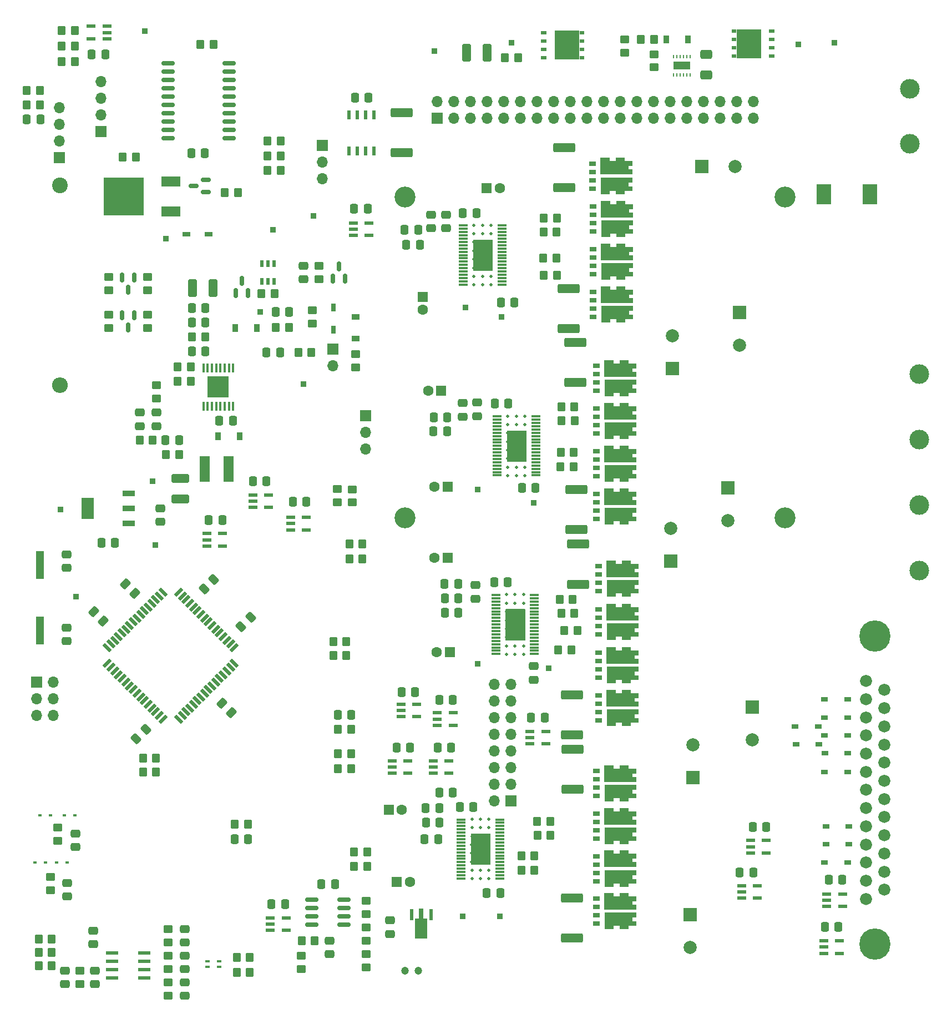
<source format=gbr>
%TF.GenerationSoftware,KiCad,Pcbnew,6.0.6+dfsg-1~bpo11+1*%
%TF.CreationDate,2022-11-12T15:23:50-08:00*%
%TF.ProjectId,BuildboticsController,4275696c-6462-46f7-9469-6373436f6e74,rev?*%
%TF.SameCoordinates,Original*%
%TF.FileFunction,Soldermask,Top*%
%TF.FilePolarity,Negative*%
%FSLAX46Y46*%
G04 Gerber Fmt 4.6, Leading zero omitted, Abs format (unit mm)*
G04 Created by KiCad (PCBNEW 6.0.6+dfsg-1~bpo11+1) date 2022-11-12 15:23:50*
%MOMM*%
%LPD*%
G01*
G04 APERTURE LIST*
G04 Aperture macros list*
%AMRoundRect*
0 Rectangle with rounded corners*
0 $1 Rounding radius*
0 $2 $3 $4 $5 $6 $7 $8 $9 X,Y pos of 4 corners*
0 Add a 4 corners polygon primitive as box body*
4,1,4,$2,$3,$4,$5,$6,$7,$8,$9,$2,$3,0*
0 Add four circle primitives for the rounded corners*
1,1,$1+$1,$2,$3*
1,1,$1+$1,$4,$5*
1,1,$1+$1,$6,$7*
1,1,$1+$1,$8,$9*
0 Add four rect primitives between the rounded corners*
20,1,$1+$1,$2,$3,$4,$5,0*
20,1,$1+$1,$4,$5,$6,$7,0*
20,1,$1+$1,$6,$7,$8,$9,0*
20,1,$1+$1,$8,$9,$2,$3,0*%
%AMRotRect*
0 Rectangle, with rotation*
0 The origin of the aperture is its center*
0 $1 length*
0 $2 width*
0 $3 Rotation angle, in degrees counterclockwise*
0 Add horizontal line*
21,1,$1,$2,0,0,$3*%
%AMFreePoly0*
4,1,15,-0.537500,2.140000,0.042499,2.140000,0.042499,2.700000,0.792500,2.700000,0.792500,1.560000,1.287500,1.560000,1.287500,0.160000,0.792500,0.160000,0.792500,-0.740000,1.287500,-0.740000,1.287500,-2.140000,-1.287500,-2.140000,-1.287500,2.700000,-0.537500,2.700000,-0.537500,2.140000,-0.537500,2.140000,$1*%
%AMFreePoly1*
4,1,15,-0.289999,1.860000,0.290000,1.860000,0.290000,2.420000,1.040000,2.420000,1.040000,-2.420000,-1.535000,-2.420000,-1.535000,-1.020000,-1.040000,-1.020000,-1.040000,-0.120000,-1.535000,-0.120000,-1.535000,1.280000,-1.040000,1.280000,-1.040000,2.420000,-0.289999,2.420000,-0.289999,1.860000,-0.289999,1.860000,$1*%
G04 Aperture macros list end*
%ADD10C,0.100000*%
%ADD11R,0.850000X0.500000*%
%ADD12R,0.800000X0.600000*%
%ADD13R,3.750000X4.410000*%
%ADD14RoundRect,0.250000X0.337500X0.475000X-0.337500X0.475000X-0.337500X-0.475000X0.337500X-0.475000X0*%
%ADD15R,1.473200X0.558800*%
%ADD16R,1.117600X0.762000*%
%ADD17RoundRect,0.250000X-0.350000X-0.450000X0.350000X-0.450000X0.350000X0.450000X-0.350000X0.450000X0*%
%ADD18R,1.700000X1.700000*%
%ADD19O,1.700000X1.700000*%
%ADD20R,0.850000X0.850000*%
%ADD21RoundRect,0.249999X-1.425001X0.450001X-1.425001X-0.450001X1.425001X-0.450001X1.425001X0.450001X0*%
%ADD22R,0.580000X1.730000*%
%ADD23R,0.760000X1.500000*%
%ADD24R,1.933000X3.030000*%
%ADD25RoundRect,0.250000X0.450000X-0.350000X0.450000X0.350000X-0.450000X0.350000X-0.450000X-0.350000X0*%
%ADD26RoundRect,0.250000X-0.450000X0.350000X-0.450000X-0.350000X0.450000X-0.350000X0.450000X0.350000X0*%
%ADD27RoundRect,0.250000X0.475000X-0.337500X0.475000X0.337500X-0.475000X0.337500X-0.475000X-0.337500X0*%
%ADD28R,0.558800X1.003300*%
%ADD29RoundRect,0.250000X-0.475000X0.337500X-0.475000X-0.337500X0.475000X-0.337500X0.475000X0.337500X0*%
%ADD30RoundRect,0.249999X1.425001X-0.450001X1.425001X0.450001X-1.425001X0.450001X-1.425001X-0.450001X0*%
%ADD31R,1.000000X0.750000*%
%ADD32FreePoly0,270.000000*%
%ADD33FreePoly1,270.000000*%
%ADD34RoundRect,0.250000X-0.337500X-0.475000X0.337500X-0.475000X0.337500X0.475000X-0.337500X0.475000X0*%
%ADD35R,1.400000X0.299999*%
%ADD36C,0.499999*%
%ADD37R,0.249999X0.619999*%
%ADD38R,2.500000X1.300000*%
%ADD39R,0.508000X0.355600*%
%ADD40RoundRect,0.250000X-0.097227X0.574524X-0.574524X0.097227X0.097227X-0.574524X0.574524X-0.097227X0*%
%ADD41R,1.200000X0.900000*%
%ADD42R,1.600000X1.600000*%
%ADD43C,1.600000*%
%ADD44RoundRect,0.250000X0.412500X1.100000X-0.412500X1.100000X-0.412500X-1.100000X0.412500X-1.100000X0*%
%ADD45RoundRect,0.150000X-0.150000X0.587500X-0.150000X-0.587500X0.150000X-0.587500X0.150000X0.587500X0*%
%ADD46R,1.981200X0.558800*%
%ADD47R,0.355600X1.473200*%
%ADD48R,3.200400X3.200400*%
%ADD49RoundRect,0.250000X0.350000X0.450000X-0.350000X0.450000X-0.350000X-0.450000X0.350000X-0.450000X0*%
%ADD50RoundRect,0.250000X-1.100000X0.412500X-1.100000X-0.412500X1.100000X-0.412500X1.100000X0.412500X0*%
%ADD51RoundRect,0.150000X0.150000X-0.587500X0.150000X0.587500X-0.150000X0.587500X-0.150000X-0.587500X0*%
%ADD52R,2.000000X2.000000*%
%ADD53C,2.000000*%
%ADD54R,0.533400X1.460500*%
%ADD55RoundRect,0.150000X0.587500X0.150000X-0.587500X0.150000X-0.587500X-0.150000X0.587500X-0.150000X0*%
%ADD56R,1.200000X0.750000*%
%ADD57R,1.850000X0.900000*%
%ADD58R,1.850000X3.200000*%
%ADD59RoundRect,0.250000X0.097227X-0.574524X0.574524X-0.097227X-0.097227X0.574524X-0.574524X0.097227X0*%
%ADD60R,0.750000X0.400000*%
%ADD61R,1.219200X4.318000*%
%ADD62RoundRect,0.250000X-0.574524X-0.097227X-0.097227X-0.574524X0.574524X0.097227X0.097227X0.574524X0*%
%ADD63C,1.200000*%
%ADD64C,3.000000*%
%ADD65R,2.999999X1.599999*%
%ADD66R,6.200000X5.800001*%
%ADD67C,2.400000*%
%ADD68O,2.400000X2.400000*%
%ADD69C,3.200000*%
%ADD70R,2.200000X3.150000*%
%ADD71C,4.770000*%
%ADD72C,1.830000*%
%ADD73RoundRect,0.150000X0.875000X0.150000X-0.875000X0.150000X-0.875000X-0.150000X0.875000X-0.150000X0*%
%ADD74RoundRect,0.150000X0.825000X0.150000X-0.825000X0.150000X-0.825000X-0.150000X0.825000X-0.150000X0*%
%ADD75R,0.900000X1.200000*%
%ADD76R,0.750000X1.200000*%
%ADD77RoundRect,0.250000X0.574524X0.097227X0.097227X0.574524X-0.574524X-0.097227X-0.097227X-0.574524X0*%
%ADD78RotRect,1.500000X0.550000X45.000000*%
%ADD79RotRect,1.500000X0.550000X135.000000*%
%ADD80RoundRect,0.250000X-0.650000X0.412500X-0.650000X-0.412500X0.650000X-0.412500X0.650000X0.412500X0*%
%ADD81R,1.500000X4.000000*%
G04 APERTURE END LIST*
%TO.C,U9*%
G36*
X98714986Y-112150835D02*
G01*
X98723147Y-112153312D01*
X98730668Y-112157330D01*
X98737259Y-112162740D01*
X98742669Y-112169332D01*
X98746687Y-112176852D01*
X98749164Y-112185014D01*
X98750000Y-112193500D01*
X98750000Y-116806500D01*
X98749164Y-116814986D01*
X98746687Y-116823148D01*
X98742669Y-116830668D01*
X98737259Y-116837260D01*
X98730668Y-116842670D01*
X98723147Y-116846688D01*
X98714986Y-116849165D01*
X98706500Y-116850000D01*
X95893500Y-116850000D01*
X95885014Y-116849165D01*
X95876853Y-116846688D01*
X95869332Y-116842670D01*
X95862741Y-116837260D01*
X95857331Y-116830668D01*
X95853313Y-116823148D01*
X95850836Y-116814986D01*
X95850000Y-116806500D01*
X95850000Y-112193500D01*
X95850836Y-112185014D01*
X95853313Y-112176852D01*
X95857331Y-112169332D01*
X95862741Y-112162740D01*
X95869332Y-112157330D01*
X95876853Y-112153312D01*
X95885014Y-112150835D01*
X95893500Y-112150000D01*
X98706500Y-112150000D01*
X98714986Y-112150835D01*
G37*
D10*
X98714986Y-112150835D02*
X98723147Y-112153312D01*
X98730668Y-112157330D01*
X98737259Y-112162740D01*
X98742669Y-112169332D01*
X98746687Y-112176852D01*
X98749164Y-112185014D01*
X98750000Y-112193500D01*
X98750000Y-116806500D01*
X98749164Y-116814986D01*
X98746687Y-116823148D01*
X98742669Y-116830668D01*
X98737259Y-116837260D01*
X98730668Y-116842670D01*
X98723147Y-116846688D01*
X98714986Y-116849165D01*
X98706500Y-116850000D01*
X95893500Y-116850000D01*
X95885014Y-116849165D01*
X95876853Y-116846688D01*
X95869332Y-116842670D01*
X95862741Y-116837260D01*
X95857331Y-116830668D01*
X95853313Y-116823148D01*
X95850836Y-116814986D01*
X95850000Y-116806500D01*
X95850000Y-112193500D01*
X95850836Y-112185014D01*
X95853313Y-112176852D01*
X95857331Y-112169332D01*
X95862741Y-112162740D01*
X95869332Y-112157330D01*
X95876853Y-112153312D01*
X95885014Y-112150835D01*
X95893500Y-112150000D01*
X98706500Y-112150000D01*
X98714986Y-112150835D01*
%TO.C,U1*%
G36*
X93414986Y-146400835D02*
G01*
X93423147Y-146403312D01*
X93430668Y-146407330D01*
X93437259Y-146412740D01*
X93442669Y-146419332D01*
X93446687Y-146426852D01*
X93449164Y-146435014D01*
X93450000Y-146443500D01*
X93450000Y-151056500D01*
X93449164Y-151064986D01*
X93446687Y-151073148D01*
X93442669Y-151080668D01*
X93437259Y-151087260D01*
X93430668Y-151092670D01*
X93423147Y-151096688D01*
X93414986Y-151099165D01*
X93406500Y-151100000D01*
X90593500Y-151100000D01*
X90585014Y-151099165D01*
X90576853Y-151096688D01*
X90569332Y-151092670D01*
X90562741Y-151087260D01*
X90557331Y-151080668D01*
X90553313Y-151073148D01*
X90550836Y-151064986D01*
X90550000Y-151056500D01*
X90550000Y-146443500D01*
X90550836Y-146435014D01*
X90553313Y-146426852D01*
X90557331Y-146419332D01*
X90562741Y-146412740D01*
X90569332Y-146407330D01*
X90576853Y-146403312D01*
X90585014Y-146400835D01*
X90593500Y-146400000D01*
X93406500Y-146400000D01*
X93414986Y-146400835D01*
G37*
X93414986Y-146400835D02*
X93423147Y-146403312D01*
X93430668Y-146407330D01*
X93437259Y-146412740D01*
X93442669Y-146419332D01*
X93446687Y-146426852D01*
X93449164Y-146435014D01*
X93450000Y-146443500D01*
X93450000Y-151056500D01*
X93449164Y-151064986D01*
X93446687Y-151073148D01*
X93442669Y-151080668D01*
X93437259Y-151087260D01*
X93430668Y-151092670D01*
X93423147Y-151096688D01*
X93414986Y-151099165D01*
X93406500Y-151100000D01*
X90593500Y-151100000D01*
X90585014Y-151099165D01*
X90576853Y-151096688D01*
X90569332Y-151092670D01*
X90562741Y-151087260D01*
X90557331Y-151080668D01*
X90553313Y-151073148D01*
X90550836Y-151064986D01*
X90550000Y-151056500D01*
X90550000Y-146443500D01*
X90550836Y-146435014D01*
X90553313Y-146426852D01*
X90557331Y-146419332D01*
X90562741Y-146412740D01*
X90569332Y-146407330D01*
X90576853Y-146403312D01*
X90585014Y-146400835D01*
X90593500Y-146400000D01*
X93406500Y-146400000D01*
X93414986Y-146400835D01*
%TO.C,U12*%
G36*
X93744986Y-55790835D02*
G01*
X93753147Y-55793312D01*
X93760668Y-55797330D01*
X93767259Y-55802740D01*
X93772669Y-55809332D01*
X93776687Y-55816852D01*
X93779164Y-55825014D01*
X93780000Y-55833500D01*
X93780000Y-60446500D01*
X93779164Y-60454986D01*
X93776687Y-60463148D01*
X93772669Y-60470668D01*
X93767259Y-60477260D01*
X93760668Y-60482670D01*
X93753147Y-60486688D01*
X93744986Y-60489165D01*
X93736500Y-60490000D01*
X90923500Y-60490000D01*
X90915014Y-60489165D01*
X90906853Y-60486688D01*
X90899332Y-60482670D01*
X90892741Y-60477260D01*
X90887331Y-60470668D01*
X90883313Y-60463148D01*
X90880836Y-60454986D01*
X90880000Y-60446500D01*
X90880000Y-55833500D01*
X90880836Y-55825014D01*
X90883313Y-55816852D01*
X90887331Y-55809332D01*
X90892741Y-55802740D01*
X90899332Y-55797330D01*
X90906853Y-55793312D01*
X90915014Y-55790835D01*
X90923500Y-55790000D01*
X93736500Y-55790000D01*
X93744986Y-55790835D01*
G37*
X93744986Y-55790835D02*
X93753147Y-55793312D01*
X93760668Y-55797330D01*
X93767259Y-55802740D01*
X93772669Y-55809332D01*
X93776687Y-55816852D01*
X93779164Y-55825014D01*
X93780000Y-55833500D01*
X93780000Y-60446500D01*
X93779164Y-60454986D01*
X93776687Y-60463148D01*
X93772669Y-60470668D01*
X93767259Y-60477260D01*
X93760668Y-60482670D01*
X93753147Y-60486688D01*
X93744986Y-60489165D01*
X93736500Y-60490000D01*
X90923500Y-60490000D01*
X90915014Y-60489165D01*
X90906853Y-60486688D01*
X90899332Y-60482670D01*
X90892741Y-60477260D01*
X90887331Y-60470668D01*
X90883313Y-60463148D01*
X90880836Y-60454986D01*
X90880000Y-60446500D01*
X90880000Y-55833500D01*
X90880836Y-55825014D01*
X90883313Y-55816852D01*
X90887331Y-55809332D01*
X90892741Y-55802740D01*
X90899332Y-55797330D01*
X90906853Y-55793312D01*
X90915014Y-55790835D01*
X90923500Y-55790000D01*
X93736500Y-55790000D01*
X93744986Y-55790835D01*
%TO.C,U11*%
G36*
X98914986Y-84900835D02*
G01*
X98923147Y-84903312D01*
X98930668Y-84907330D01*
X98937259Y-84912740D01*
X98942669Y-84919332D01*
X98946687Y-84926852D01*
X98949164Y-84935014D01*
X98950000Y-84943500D01*
X98950000Y-89556500D01*
X98949164Y-89564986D01*
X98946687Y-89573148D01*
X98942669Y-89580668D01*
X98937259Y-89587260D01*
X98930668Y-89592670D01*
X98923147Y-89596688D01*
X98914986Y-89599165D01*
X98906500Y-89600000D01*
X96093500Y-89600000D01*
X96085014Y-89599165D01*
X96076853Y-89596688D01*
X96069332Y-89592670D01*
X96062741Y-89587260D01*
X96057331Y-89580668D01*
X96053313Y-89573148D01*
X96050836Y-89564986D01*
X96050000Y-89556500D01*
X96050000Y-84943500D01*
X96050836Y-84935014D01*
X96053313Y-84926852D01*
X96057331Y-84919332D01*
X96062741Y-84912740D01*
X96069332Y-84907330D01*
X96076853Y-84903312D01*
X96085014Y-84900835D01*
X96093500Y-84900000D01*
X98906500Y-84900000D01*
X98914986Y-84900835D01*
G37*
X98914986Y-84900835D02*
X98923147Y-84903312D01*
X98930668Y-84907330D01*
X98937259Y-84912740D01*
X98942669Y-84919332D01*
X98946687Y-84926852D01*
X98949164Y-84935014D01*
X98950000Y-84943500D01*
X98950000Y-89556500D01*
X98949164Y-89564986D01*
X98946687Y-89573148D01*
X98942669Y-89580668D01*
X98937259Y-89587260D01*
X98930668Y-89592670D01*
X98923147Y-89596688D01*
X98914986Y-89599165D01*
X98906500Y-89600000D01*
X96093500Y-89600000D01*
X96085014Y-89599165D01*
X96076853Y-89596688D01*
X96069332Y-89592670D01*
X96062741Y-89587260D01*
X96057331Y-89580668D01*
X96053313Y-89573148D01*
X96050836Y-89564986D01*
X96050000Y-89556500D01*
X96050000Y-84943500D01*
X96050836Y-84935014D01*
X96053313Y-84926852D01*
X96057331Y-84919332D01*
X96062741Y-84912740D01*
X96069332Y-84907330D01*
X96076853Y-84903312D01*
X96085014Y-84900835D01*
X96093500Y-84900000D01*
X98906500Y-84900000D01*
X98914986Y-84900835D01*
%TD*%
D11*
%TO.C,Q6*%
X136500000Y-27810000D03*
X136500000Y-26540000D03*
X136500000Y-25270000D03*
X136500000Y-24000000D03*
D12*
X130675000Y-24000000D03*
X130675000Y-25270000D03*
X130675000Y-26540000D03*
X130675000Y-27810000D03*
D13*
X132950000Y-25905000D03*
%TD*%
D14*
%TO.C,C21*%
X50037500Y-68400000D03*
X47962500Y-68400000D03*
%TD*%
%TO.C,C14*%
X24837500Y-37400000D03*
X22762500Y-37400000D03*
%TD*%
D15*
%TO.C,U17*%
X84806200Y-135299999D03*
X84806200Y-136250000D03*
X84806200Y-137200001D03*
X87193800Y-137200001D03*
X87193800Y-135299999D03*
%TD*%
D16*
%TO.C,D11*%
X143552600Y-130038050D03*
X140047400Y-130038050D03*
%TD*%
D17*
%TO.C,R8*%
X72700000Y-149200000D03*
X74700000Y-149200000D03*
%TD*%
D18*
%TO.C,J11*%
X67900000Y-41375000D03*
D19*
X67900000Y-43915000D03*
X67900000Y-46455000D03*
%TD*%
D20*
%TO.C,TP13*%
X42400000Y-102370000D03*
%TD*%
D15*
%TO.C,U26*%
X57306200Y-94749999D03*
X57306200Y-95700000D03*
X57306200Y-96650001D03*
X59693800Y-96650001D03*
X59693800Y-94749999D03*
%TD*%
D16*
%TO.C,D18*%
X148052600Y-128700000D03*
X144547400Y-128700000D03*
%TD*%
D21*
%TO.C,R46*%
X106950000Y-102250000D03*
X106950000Y-108350000D03*
%TD*%
D17*
%TO.C,R43*%
X69550000Y-119200000D03*
X71550000Y-119200000D03*
%TD*%
D22*
%TO.C,U27*%
X84492000Y-158727000D03*
D23*
X82992000Y-158612000D03*
D22*
X81492000Y-158727000D03*
D24*
X82992000Y-160877000D03*
%TD*%
D25*
%TO.C,R75*%
X44384000Y-167050000D03*
X44384000Y-165050000D03*
%TD*%
D17*
%TO.C,R64*%
X101690000Y-52520000D03*
X103690000Y-52520000D03*
%TD*%
D26*
%TO.C,R83*%
X74610000Y-164796000D03*
X74610000Y-166796000D03*
%TD*%
D15*
%TO.C,U15*%
X133206200Y-147449999D03*
X133206200Y-148400000D03*
X133206200Y-149350001D03*
X135593800Y-149350001D03*
X135593800Y-147449999D03*
%TD*%
D14*
%TO.C,C59*%
X91395500Y-51750000D03*
X89320500Y-51750000D03*
%TD*%
D27*
%TO.C,C37*%
X28890000Y-117049500D03*
X28890000Y-114974500D03*
%TD*%
D28*
%TO.C,Q10*%
X58649999Y-62152550D03*
X59600000Y-62152550D03*
X60550001Y-62152550D03*
X60550001Y-59447450D03*
X59600000Y-59447450D03*
X58649999Y-59447450D03*
%TD*%
D20*
%TO.C,TP8*%
X58380000Y-66800000D03*
%TD*%
D29*
%TO.C,C82*%
X32954000Y-161202500D03*
X32954000Y-163277500D03*
%TD*%
D25*
%TO.C,R29*%
X67400000Y-61800000D03*
X67400000Y-59800000D03*
%TD*%
D26*
%TO.C,R87*%
X35250000Y-61500000D03*
X35250000Y-63500000D03*
%TD*%
D30*
%TO.C,R5*%
X106000000Y-162300000D03*
X106000000Y-156200000D03*
%TD*%
D20*
%TO.C,TP3*%
X60386000Y-54290000D03*
%TD*%
D15*
%TO.C,U20*%
X99578200Y-130809999D03*
X99578200Y-131760000D03*
X99578200Y-132710001D03*
X101965800Y-132710001D03*
X101965800Y-130809999D03*
%TD*%
D31*
%TO.C,Q2*%
X109705000Y-143345000D03*
X109705000Y-144615000D03*
X109705000Y-145885000D03*
X109705000Y-147155000D03*
D32*
X113095000Y-146737500D03*
D33*
X113375000Y-144010000D03*
%TD*%
D18*
%TO.C,J12*%
X74500000Y-82675000D03*
D19*
X74500000Y-85215000D03*
X74500000Y-87755000D03*
%TD*%
D34*
%TO.C,C88*%
X145162500Y-153400000D03*
X147237500Y-153400000D03*
%TD*%
D17*
%TO.C,R33*%
X45800000Y-77400000D03*
X47800000Y-77400000D03*
%TD*%
D31*
%TO.C,Q15*%
X109707500Y-88065000D03*
X109707500Y-89335000D03*
X109707500Y-90605000D03*
X109707500Y-91875000D03*
D32*
X113097500Y-91457500D03*
D33*
X113377500Y-88730000D03*
%TD*%
D34*
%TO.C,C61*%
X80430500Y-54290000D03*
X82505500Y-54290000D03*
%TD*%
%TO.C,C96*%
X67730500Y-154112000D03*
X69805500Y-154112000D03*
%TD*%
D35*
%TO.C,U9*%
X94350001Y-109999999D03*
X94350001Y-110499998D03*
X94350001Y-110999999D03*
X94350001Y-111499998D03*
X94350001Y-112000000D03*
X94350001Y-112499999D03*
X94350001Y-112999998D03*
X94350001Y-113499999D03*
X94350001Y-113999998D03*
X94350001Y-114500000D03*
X94350001Y-114999999D03*
X94350001Y-115499998D03*
X94350001Y-116000000D03*
X94350001Y-116499999D03*
X94350001Y-117000000D03*
X94350001Y-117499999D03*
X94350001Y-117999998D03*
X94350001Y-118500000D03*
X94350001Y-118999999D03*
X100250002Y-118999999D03*
X100250002Y-118500000D03*
X100250002Y-117999998D03*
X100250002Y-117499999D03*
X100250002Y-117000000D03*
X100250002Y-116499999D03*
X100250002Y-116000000D03*
X100250002Y-115499998D03*
X100250002Y-114999999D03*
X100250002Y-114500000D03*
X100250002Y-113999998D03*
X100250002Y-113499999D03*
X100250002Y-112999998D03*
X100250002Y-112499999D03*
X100250002Y-112000000D03*
X100250002Y-111499998D03*
X100250002Y-110999999D03*
X100250002Y-110499998D03*
X100250002Y-109999999D03*
D36*
X96000000Y-112550000D03*
X95950000Y-115150001D03*
X96000000Y-119050000D03*
X98550000Y-113850000D03*
X97250000Y-113850000D03*
X97300000Y-119050000D03*
X95950000Y-116450001D03*
X97300000Y-112550000D03*
X95950000Y-113850000D03*
X98600000Y-109949999D03*
X98600000Y-119050000D03*
X98600000Y-117750000D03*
X96000000Y-111250000D03*
X97250000Y-115150001D03*
X98600000Y-112550000D03*
X97300000Y-111250000D03*
X98550000Y-116450001D03*
X98600000Y-111250000D03*
X96000000Y-109949999D03*
X97300000Y-117750000D03*
X97300000Y-109949999D03*
X98550000Y-115150001D03*
X97250000Y-116450001D03*
X96000000Y-117750000D03*
%TD*%
D31*
%TO.C,Q22*%
X109180000Y-50705000D03*
X109180000Y-51975000D03*
X109180000Y-53245000D03*
X109180000Y-54515000D03*
D32*
X112570000Y-54097500D03*
D33*
X112850000Y-51370000D03*
%TD*%
D21*
%TO.C,R54*%
X106500000Y-71510000D03*
X106500000Y-77610000D03*
%TD*%
D20*
%TO.C,TP6*%
X40750000Y-24000000D03*
%TD*%
D37*
%TO.C,U8*%
X124000000Y-27860000D03*
X123500001Y-27860000D03*
X123000000Y-27860000D03*
X122500000Y-27860000D03*
X121999999Y-27860000D03*
X121500000Y-27860000D03*
X121500000Y-30640000D03*
X121999999Y-30640000D03*
X122500000Y-30640000D03*
X123000000Y-30640000D03*
X123500001Y-30640000D03*
X124000000Y-30640000D03*
D38*
X122750000Y-29250000D03*
D36*
X121749999Y-29250000D03*
X122750000Y-29275400D03*
X123750001Y-29250000D03*
%TD*%
D29*
%TO.C,C28*%
X43200000Y-96762500D03*
X43200000Y-98837500D03*
%TD*%
D39*
%TO.C,D9*%
X24799900Y-143600000D03*
X26400100Y-143600000D03*
%TD*%
D40*
%TO.C,C33*%
X56933623Y-113366377D03*
X55466377Y-114833623D03*
%TD*%
D34*
%TO.C,C6*%
X83662500Y-142500000D03*
X85737500Y-142500000D03*
%TD*%
D41*
%TO.C,D3*%
X73000000Y-70900000D03*
X73000000Y-67600000D03*
%TD*%
D18*
%TO.C,J10*%
X85370000Y-37270000D03*
D19*
X85370000Y-34730000D03*
X87910000Y-37270000D03*
X87910000Y-34730000D03*
X90450000Y-37270000D03*
X90450000Y-34730000D03*
X92990000Y-37270000D03*
X92990000Y-34730000D03*
X95530000Y-37270000D03*
X95530000Y-34730000D03*
X98070000Y-37270000D03*
X98070000Y-34730000D03*
X100610000Y-37270000D03*
X100610000Y-34730000D03*
X103150000Y-37270000D03*
X103150000Y-34730000D03*
X105690000Y-37270000D03*
X105690000Y-34730000D03*
X108230000Y-37270000D03*
X108230000Y-34730000D03*
X110770000Y-37270000D03*
X110770000Y-34730000D03*
X113310000Y-37270000D03*
X113310000Y-34730000D03*
X115850000Y-37270000D03*
X115850000Y-34730000D03*
X118390000Y-37270000D03*
X118390000Y-34730000D03*
X120930000Y-37270000D03*
X120930000Y-34730000D03*
X123470000Y-37270000D03*
X123470000Y-34730000D03*
X126010000Y-37270000D03*
X126010000Y-34730000D03*
X128550000Y-37270000D03*
X128550000Y-34730000D03*
X131090000Y-37270000D03*
X131090000Y-34730000D03*
X133630000Y-37270000D03*
X133630000Y-34730000D03*
%TD*%
D29*
%TO.C,C43*%
X100100000Y-120862500D03*
X100100000Y-122937500D03*
%TD*%
D27*
%TO.C,C24*%
X42600000Y-84237500D03*
X42600000Y-82162500D03*
%TD*%
D34*
%TO.C,C64*%
X95112500Y-65340000D03*
X97187500Y-65340000D03*
%TD*%
D14*
%TO.C,C97*%
X49937500Y-42600000D03*
X47862500Y-42600000D03*
%TD*%
D42*
%TO.C,C58*%
X86035113Y-78870000D03*
D43*
X84035113Y-78870000D03*
%TD*%
D44*
%TO.C,C19*%
X51162500Y-63200000D03*
X48037500Y-63200000D03*
%TD*%
D34*
%TO.C,C9*%
X83712500Y-144750000D03*
X85787500Y-144750000D03*
%TD*%
D14*
%TO.C,C23*%
X54237500Y-83400000D03*
X52162500Y-83400000D03*
%TD*%
D34*
%TO.C,C69*%
X70212500Y-128250000D03*
X72287500Y-128250000D03*
%TD*%
D45*
%TO.C,Q23*%
X39200000Y-67312500D03*
X37300000Y-67312500D03*
X38250000Y-69187500D03*
%TD*%
D46*
%TO.C,U16*%
X35805150Y-164589500D03*
X35805150Y-165859500D03*
X35805150Y-167129500D03*
X35805150Y-168399500D03*
X40732750Y-168399500D03*
X40732750Y-167129500D03*
X40732750Y-165859500D03*
X40732750Y-164589500D03*
%TD*%
D14*
%TO.C,C54*%
X100417500Y-93690000D03*
X98342500Y-93690000D03*
%TD*%
D26*
%TO.C,R85*%
X41250000Y-61500000D03*
X41250000Y-63500000D03*
%TD*%
D29*
%TO.C,C83*%
X33208000Y-167298500D03*
X33208000Y-169373500D03*
%TD*%
D34*
%TO.C,C90*%
X133562500Y-145400000D03*
X135637500Y-145400000D03*
%TD*%
%TO.C,C10*%
X83462500Y-147250000D03*
X85537500Y-147250000D03*
%TD*%
%TO.C,C29*%
X34162500Y-102000000D03*
X36237500Y-102000000D03*
%TD*%
D47*
%TO.C,U6*%
X54274999Y-75329000D03*
X53625001Y-75329000D03*
X52974999Y-75329000D03*
X52325001Y-75329000D03*
X51675002Y-75329000D03*
X51025001Y-75329000D03*
X50375002Y-75329000D03*
X49725001Y-75329000D03*
X49725001Y-81171000D03*
X50374999Y-81171000D03*
X51025001Y-81171000D03*
X51674999Y-81171000D03*
X52324998Y-81171000D03*
X52974999Y-81171000D03*
X53624998Y-81171000D03*
X54274999Y-81171000D03*
D48*
X52000000Y-78250000D03*
%TD*%
D16*
%TO.C,D17*%
X148052600Y-150800000D03*
X144547400Y-150800000D03*
%TD*%
D44*
%TO.C,C12*%
X93062500Y-27250000D03*
X89937500Y-27250000D03*
%TD*%
D34*
%TO.C,C72*%
X85462500Y-133250000D03*
X87537500Y-133250000D03*
%TD*%
D39*
%TO.C,D7*%
X23999900Y-150800000D03*
X25600100Y-150800000D03*
%TD*%
D49*
%TO.C,R22*%
X24750000Y-35250000D03*
X22750000Y-35250000D03*
%TD*%
D34*
%TO.C,C62*%
X80684500Y-56576000D03*
X82759500Y-56576000D03*
%TD*%
D15*
%TO.C,U18*%
X85436000Y-127984999D03*
X85436000Y-128935000D03*
X85436000Y-129885001D03*
X87823600Y-129885001D03*
X87823600Y-127984999D03*
%TD*%
D50*
%TO.C,C27*%
X46200000Y-92237500D03*
X46200000Y-95362500D03*
%TD*%
D51*
%TO.C,D5*%
X69450000Y-61737500D03*
X71350000Y-61737500D03*
X70400000Y-59862500D03*
%TD*%
D17*
%TO.C,R58*%
X40500000Y-137000000D03*
X42500000Y-137000000D03*
%TD*%
D16*
%TO.C,D16*%
X148052600Y-125900000D03*
X144547400Y-125900000D03*
%TD*%
D14*
%TO.C,C38*%
X96187500Y-108080000D03*
X94112500Y-108080000D03*
%TD*%
D17*
%TO.C,R71*%
X24588000Y-162494000D03*
X26588000Y-162494000D03*
%TD*%
D34*
%TO.C,C87*%
X144562500Y-160600000D03*
X146637500Y-160600000D03*
%TD*%
D20*
%TO.C,TP14*%
X146000000Y-25750000D03*
%TD*%
D52*
%TO.C,C55*%
X129750000Y-93632323D03*
D53*
X129750000Y-98632323D03*
%TD*%
D54*
%TO.C,U4*%
X71938475Y-42250000D03*
X73208475Y-42250000D03*
X74478475Y-42250000D03*
X75748475Y-42250000D03*
X75748475Y-36801700D03*
X74478475Y-36801700D03*
X73208475Y-36801700D03*
X71938475Y-36801700D03*
%TD*%
D39*
%TO.C,D10*%
X28499900Y-143600000D03*
X30100100Y-143600000D03*
%TD*%
D17*
%TO.C,R69*%
X70250000Y-134250000D03*
X72250000Y-134250000D03*
%TD*%
D34*
%TO.C,C73*%
X85712500Y-126000000D03*
X87787500Y-126000000D03*
%TD*%
D29*
%TO.C,C86*%
X46900000Y-169062500D03*
X46900000Y-171137500D03*
%TD*%
D52*
%TO.C,C66*%
X131550000Y-66910000D03*
D53*
X131550000Y-71910000D03*
%TD*%
D18*
%TO.C,J4*%
X24250000Y-123250000D03*
D19*
X26790000Y-123250000D03*
X24250000Y-125790000D03*
X26790000Y-125790000D03*
X24250000Y-128330000D03*
X26790000Y-128330000D03*
%TD*%
D31*
%TO.C,Q13*%
X110010000Y-125307500D03*
X110010000Y-126577500D03*
X110010000Y-127847500D03*
X110010000Y-129117500D03*
D32*
X113400000Y-128700000D03*
D33*
X113680000Y-125972500D03*
%TD*%
D34*
%TO.C,C78*%
X63359000Y-95782099D03*
X65434000Y-95782099D03*
%TD*%
%TO.C,C51*%
X84882500Y-82910000D03*
X86957500Y-82910000D03*
%TD*%
D30*
%TO.C,R44*%
X106000000Y-131350000D03*
X106000000Y-125250000D03*
%TD*%
D16*
%TO.C,D12*%
X143652600Y-132800000D03*
X140147400Y-132800000D03*
%TD*%
D45*
%TO.C,Q24*%
X39200000Y-61562500D03*
X37300000Y-61562500D03*
X38250000Y-63437500D03*
%TD*%
D21*
%TO.C,R3*%
X106100000Y-133550000D03*
X106100000Y-139650000D03*
%TD*%
D29*
%TO.C,C63*%
X84516000Y-51982500D03*
X84516000Y-54057500D03*
%TD*%
D20*
%TO.C,TP21*%
X89700000Y-66100000D03*
%TD*%
D49*
%TO.C,R21*%
X24750000Y-33000000D03*
X22750000Y-33000000D03*
%TD*%
D55*
%TO.C,Q7*%
X50137500Y-48550000D03*
X50137500Y-46650000D03*
X48262500Y-47600000D03*
%TD*%
D29*
%TO.C,C84*%
X46924000Y-160948500D03*
X46924000Y-163023500D03*
%TD*%
D20*
%TO.C,TP4*%
X85000000Y-27000000D03*
%TD*%
D52*
%TO.C,C2*%
X124000000Y-158750000D03*
D53*
X124000000Y-163750000D03*
%TD*%
D34*
%TO.C,C79*%
X72725000Y-51100000D03*
X74800000Y-51100000D03*
%TD*%
D20*
%TO.C,TP17*%
X91550000Y-120500000D03*
%TD*%
D18*
%TO.C,J6*%
X96700000Y-141400000D03*
D19*
X94160000Y-141400000D03*
X96700000Y-138860000D03*
X94160000Y-138860000D03*
X96700000Y-136320000D03*
X94160000Y-136320000D03*
X96700000Y-133780000D03*
X94160000Y-133780000D03*
X96700000Y-131240000D03*
X94160000Y-131240000D03*
X96700000Y-128700000D03*
X94160000Y-128700000D03*
X96700000Y-126160000D03*
X94160000Y-126160000D03*
X96700000Y-123620000D03*
X94160000Y-123620000D03*
%TD*%
D34*
%TO.C,C26*%
X43962500Y-86400000D03*
X46037500Y-86400000D03*
%TD*%
D52*
%TO.C,C44*%
X133500000Y-127132323D03*
D53*
X133500000Y-132132323D03*
%TD*%
D34*
%TO.C,C41*%
X86582500Y-112680000D03*
X88657500Y-112680000D03*
%TD*%
D40*
%TO.C,C32*%
X51283623Y-107616377D03*
X49816377Y-109083623D03*
%TD*%
D15*
%TO.C,U5*%
X34993800Y-25150001D03*
X34993800Y-24200000D03*
X34993800Y-23249999D03*
X32606200Y-23249999D03*
X32606200Y-25150001D03*
%TD*%
D14*
%TO.C,C20*%
X50037500Y-66200000D03*
X47962500Y-66200000D03*
%TD*%
D51*
%TO.C,Q9*%
X54650000Y-63937500D03*
X56550000Y-63937500D03*
X55600000Y-62062500D03*
%TD*%
D20*
%TO.C,TP2*%
X96750000Y-25750000D03*
%TD*%
D34*
%TO.C,C74*%
X50531250Y-98562500D03*
X52606250Y-98562500D03*
%TD*%
D49*
%TO.C,R30*%
X60580000Y-64040000D03*
X58580000Y-64040000D03*
%TD*%
D20*
%TO.C,TP12*%
X30250000Y-110250000D03*
%TD*%
D34*
%TO.C,C89*%
X131562500Y-152300000D03*
X133637500Y-152300000D03*
%TD*%
D17*
%TO.C,R42*%
X69550000Y-117100000D03*
X71550000Y-117100000D03*
%TD*%
D11*
%TO.C,Q5*%
X101682000Y-24191000D03*
X101682000Y-25461000D03*
X101682000Y-26731000D03*
X101682000Y-28001000D03*
D12*
X107507000Y-28001000D03*
X107507000Y-26731000D03*
X107507000Y-25461000D03*
X107507000Y-24191000D03*
D13*
X105232000Y-26096000D03*
%TD*%
D56*
%TO.C,Z1*%
X47100000Y-55000000D03*
X50500000Y-55000000D03*
%TD*%
D26*
%TO.C,R84*%
X41250000Y-67250000D03*
X41250000Y-69250000D03*
%TD*%
D57*
%TO.C,U7*%
X38300000Y-99100000D03*
X38300000Y-96800000D03*
X38300000Y-94500000D03*
D58*
X32100000Y-96800000D03*
%TD*%
D59*
%TO.C,C35*%
X39466377Y-131933623D03*
X40933623Y-130466377D03*
%TD*%
D60*
%TO.C,L2*%
X50317000Y-165879000D03*
X52167000Y-165879000D03*
X52167000Y-166729000D03*
X50317000Y-166729000D03*
%TD*%
D17*
%TO.C,R7*%
X72700000Y-151400000D03*
X74700000Y-151400000D03*
%TD*%
%TO.C,R18*%
X28100000Y-26300000D03*
X30100000Y-26300000D03*
%TD*%
D25*
%TO.C,R79*%
X64704000Y-167050000D03*
X64704000Y-165050000D03*
%TD*%
D17*
%TO.C,R4*%
X98250000Y-149750000D03*
X100250000Y-149750000D03*
%TD*%
D49*
%TO.C,R39*%
X74000000Y-104500000D03*
X72000000Y-104500000D03*
%TD*%
D61*
%TO.C,X1*%
X24826000Y-105420200D03*
X24826000Y-115427800D03*
%TD*%
D42*
%TO.C,C68*%
X92958888Y-47940000D03*
D43*
X94958888Y-47940000D03*
%TD*%
D26*
%TO.C,R41*%
X27500000Y-145500000D03*
X27500000Y-147500000D03*
%TD*%
D49*
%TO.C,R23*%
X55000000Y-48600000D03*
X53000000Y-48600000D03*
%TD*%
D34*
%TO.C,C91*%
X57262500Y-92600000D03*
X59337500Y-92600000D03*
%TD*%
D62*
%TO.C,C31*%
X37816377Y-108316377D03*
X39283623Y-109783623D03*
%TD*%
D63*
%TO.C,C93*%
X82522000Y-167282000D03*
X80522000Y-167282000D03*
%TD*%
D17*
%TO.C,R49*%
X104800000Y-115400000D03*
X106800000Y-115400000D03*
%TD*%
D26*
%TO.C,R40*%
X26400000Y-153000000D03*
X26400000Y-155000000D03*
%TD*%
D42*
%TO.C,C46*%
X87340000Y-118750000D03*
D43*
X85340000Y-118750000D03*
%TD*%
D64*
%TO.C,J2*%
X157550000Y-32800000D03*
X157550000Y-41200000D03*
%TD*%
D62*
%TO.C,C30*%
X32966377Y-112516377D03*
X34433623Y-113983623D03*
%TD*%
D52*
%TO.C,C56*%
X121340000Y-75440000D03*
D53*
X121340000Y-70440000D03*
%TD*%
D29*
%TO.C,C81*%
X28636000Y-167298500D03*
X28636000Y-169373500D03*
%TD*%
D17*
%TO.C,R34*%
X45800000Y-75200000D03*
X47800000Y-75200000D03*
%TD*%
D20*
%TO.C,TP19*%
X91620000Y-93900000D03*
%TD*%
D65*
%TO.C,Q8*%
X44800001Y-51490001D03*
X44800001Y-46909999D03*
D66*
X37600000Y-49200001D03*
%TD*%
D17*
%TO.C,R66*%
X70250000Y-130500000D03*
X72250000Y-130500000D03*
%TD*%
%TO.C,R55*%
X104230000Y-90420000D03*
X106230000Y-90420000D03*
%TD*%
D42*
%TO.C,C67*%
X83240000Y-64490000D03*
D43*
X83240000Y-66490000D03*
%TD*%
D26*
%TO.C,R82*%
X74610000Y-160748000D03*
X74610000Y-162748000D03*
%TD*%
D25*
%TO.C,R74*%
X44384000Y-162970000D03*
X44384000Y-160970000D03*
%TD*%
D15*
%TO.C,U14*%
X131906200Y-154349999D03*
X131906200Y-155300000D03*
X131906200Y-156250001D03*
X134293800Y-156250001D03*
X134293800Y-154349999D03*
%TD*%
D20*
%TO.C,TP18*%
X102400000Y-121200000D03*
%TD*%
D17*
%TO.C,R6*%
X98250000Y-152000000D03*
X100250000Y-152000000D03*
%TD*%
D49*
%TO.C,R28*%
X62800000Y-69200000D03*
X60800000Y-69200000D03*
%TD*%
D67*
%TO.C,R25*%
X27800000Y-47555000D03*
D68*
X27800000Y-78035000D03*
%TD*%
D20*
%TO.C,TP22*%
X95270000Y-67540000D03*
%TD*%
D69*
%TO.C,REF\u002A\u002A*%
X138500000Y-49250000D03*
%TD*%
D34*
%TO.C,C16*%
X60762500Y-66800000D03*
X62837500Y-66800000D03*
%TD*%
D70*
%TO.C,D1*%
X151450000Y-48880000D03*
X144450000Y-48880000D03*
%TD*%
D17*
%TO.C,R24*%
X37400000Y-43200000D03*
X39400000Y-43200000D03*
%TD*%
D20*
%TO.C,TP20*%
X100160000Y-95940000D03*
%TD*%
%TO.C,TP11*%
X42000000Y-92600000D03*
%TD*%
%TO.C,TP16*%
X95000000Y-159000000D03*
%TD*%
D17*
%TO.C,R80*%
X64720000Y-162748000D03*
X66720000Y-162748000D03*
%TD*%
D31*
%TO.C,Q14*%
X110005000Y-112195000D03*
X110005000Y-113465000D03*
X110005000Y-114735000D03*
X110005000Y-116005000D03*
D32*
X113395000Y-115587500D03*
D33*
X113675000Y-112860000D03*
%TD*%
D25*
%TO.C,R27*%
X66400000Y-68600000D03*
X66400000Y-66600000D03*
%TD*%
D14*
%TO.C,C15*%
X34737500Y-27500000D03*
X32662500Y-27500000D03*
%TD*%
D71*
%TO.C,J5*%
X152250000Y-116230000D03*
X152250000Y-163270000D03*
D72*
X150830000Y-156370000D03*
X150830000Y-153600000D03*
X150830000Y-150830000D03*
X150830000Y-148060000D03*
X150830000Y-145290000D03*
X150830000Y-142520000D03*
X150830000Y-139750000D03*
X150830000Y-136980000D03*
X150830000Y-134210000D03*
X150830000Y-131440000D03*
X150830000Y-128670000D03*
X150830000Y-125900000D03*
X150830000Y-123130000D03*
X153670000Y-154985000D03*
X153670000Y-152215000D03*
X153670000Y-149445000D03*
X153670000Y-146675000D03*
X153670000Y-143905000D03*
X153670000Y-141135000D03*
X153670000Y-138365000D03*
X153670000Y-135595000D03*
X153670000Y-132825000D03*
X153670000Y-130055000D03*
X153670000Y-127285000D03*
X153670000Y-124515000D03*
%TD*%
D34*
%TO.C,C70*%
X54462500Y-147250000D03*
X56537500Y-147250000D03*
%TD*%
D18*
%TO.C,J13*%
X27750000Y-43250000D03*
D19*
X27750000Y-40710000D03*
X27750000Y-38170000D03*
X27750000Y-35630000D03*
%TD*%
D29*
%TO.C,C95*%
X69022000Y-162726500D03*
X69022000Y-164801500D03*
%TD*%
D17*
%TO.C,R1*%
X100710000Y-146630000D03*
X102710000Y-146630000D03*
%TD*%
D34*
%TO.C,C52*%
X84852500Y-85020000D03*
X86927500Y-85020000D03*
%TD*%
D26*
%TO.C,R11*%
X118500000Y-27500000D03*
X118500000Y-29500000D03*
%TD*%
D17*
%TO.C,R61*%
X101630000Y-54610000D03*
X103630000Y-54610000D03*
%TD*%
D29*
%TO.C,C94*%
X78220000Y-159640500D03*
X78220000Y-161715500D03*
%TD*%
D25*
%TO.C,R73*%
X30922000Y-169336000D03*
X30922000Y-167336000D03*
%TD*%
D17*
%TO.C,R57*%
X104270000Y-88240000D03*
X106270000Y-88240000D03*
%TD*%
D73*
%TO.C,U2*%
X53650000Y-40315000D03*
X53650000Y-39045000D03*
X53650000Y-37775000D03*
X53650000Y-36505000D03*
X53650000Y-35235000D03*
X53650000Y-33965000D03*
X53650000Y-32695000D03*
X53650000Y-31425000D03*
X53650000Y-30155000D03*
X53650000Y-28885000D03*
X44350000Y-28885000D03*
X44350000Y-30155000D03*
X44350000Y-31425000D03*
X44350000Y-32695000D03*
X44350000Y-33965000D03*
X44350000Y-35235000D03*
X44350000Y-36505000D03*
X44350000Y-37775000D03*
X44350000Y-39045000D03*
X44350000Y-40315000D03*
%TD*%
D34*
%TO.C,C40*%
X86575000Y-110480000D03*
X88650000Y-110480000D03*
%TD*%
D31*
%TO.C,Q19*%
X109200000Y-57265000D03*
X109200000Y-58535000D03*
X109200000Y-59805000D03*
X109200000Y-61075000D03*
D32*
X112590000Y-60657500D03*
D33*
X112870000Y-57930000D03*
%TD*%
D69*
%TO.C,REF\u002A\u002A*%
X80500000Y-98250000D03*
%TD*%
%TO.C,REF\u002A\u002A*%
X138500000Y-98250000D03*
%TD*%
D42*
%TO.C,C4*%
X79244888Y-153800000D03*
D43*
X81244888Y-153800000D03*
%TD*%
D49*
%TO.C,R14*%
X61500000Y-45250000D03*
X59500000Y-45250000D03*
%TD*%
D64*
%TO.C,J8*%
X159000000Y-86300000D03*
%TD*%
D17*
%TO.C,R53*%
X104370000Y-83390000D03*
X106370000Y-83390000D03*
%TD*%
D26*
%TO.C,R81*%
X74610000Y-156684000D03*
X74610000Y-158684000D03*
%TD*%
%TO.C,R86*%
X35250000Y-67250000D03*
X35250000Y-69250000D03*
%TD*%
D74*
%TO.C,U29*%
X71225000Y-160305000D03*
X71225000Y-159035000D03*
X71225000Y-157765000D03*
X71225000Y-156495000D03*
X66275000Y-156495000D03*
X66275000Y-157765000D03*
X66275000Y-159035000D03*
X66275000Y-160305000D03*
%TD*%
D15*
%TO.C,U22*%
X79906200Y-126674999D03*
X79906200Y-127625000D03*
X79906200Y-128575001D03*
X82293800Y-128575001D03*
X82293800Y-126674999D03*
%TD*%
D31*
%TO.C,Q17*%
X109705000Y-94595000D03*
X109705000Y-95865000D03*
X109705000Y-97135000D03*
X109705000Y-98405000D03*
D32*
X113095000Y-97987500D03*
D33*
X113375000Y-95260000D03*
%TD*%
D42*
%TO.C,C57*%
X87005112Y-93510000D03*
D43*
X85005112Y-93510000D03*
%TD*%
D49*
%TO.C,R32*%
X50000000Y-70600000D03*
X48000000Y-70600000D03*
%TD*%
D31*
%TO.C,Q16*%
X109707500Y-75065000D03*
X109707500Y-76335000D03*
X109707500Y-77605000D03*
X109707500Y-78875000D03*
D32*
X113097500Y-78457500D03*
D33*
X113377500Y-75730000D03*
%TD*%
D15*
%TO.C,U23*%
X63080000Y-98149998D03*
X63080000Y-99099999D03*
X63080000Y-100050000D03*
X65467600Y-100050000D03*
X65467600Y-98149998D03*
%TD*%
D26*
%TO.C,R10*%
X114000000Y-25250000D03*
X114000000Y-27250000D03*
%TD*%
D29*
%TO.C,C85*%
X46924000Y-165012500D03*
X46924000Y-167087500D03*
%TD*%
D15*
%TO.C,U21*%
X78556200Y-135299999D03*
X78556200Y-136250000D03*
X78556200Y-137200001D03*
X80943800Y-137200001D03*
X80943800Y-135299999D03*
%TD*%
D30*
%TO.C,R52*%
X106700000Y-100030000D03*
X106700000Y-93930000D03*
%TD*%
D75*
%TO.C,D4*%
X54600000Y-69250000D03*
X57900000Y-69250000D03*
%TD*%
D17*
%TO.C,R38*%
X72000000Y-102250000D03*
X74000000Y-102250000D03*
%TD*%
D34*
%TO.C,C76*%
X79212500Y-133250000D03*
X81287500Y-133250000D03*
%TD*%
D31*
%TO.C,Q18*%
X109697500Y-81555000D03*
X109697500Y-82825000D03*
X109697500Y-84095000D03*
X109697500Y-85365000D03*
D32*
X113087500Y-84947500D03*
D33*
X113367500Y-82220000D03*
%TD*%
D34*
%TO.C,C18*%
X59362500Y-73000000D03*
X61437500Y-73000000D03*
%TD*%
D64*
%TO.C,J9*%
X159000000Y-76300000D03*
%TD*%
D15*
%TO.C,U24*%
X72606200Y-53249999D03*
X72606200Y-54200000D03*
X72606200Y-55150001D03*
X74993800Y-55150001D03*
X74993800Y-53249999D03*
%TD*%
D35*
%TO.C,U1*%
X89050001Y-144249999D03*
X89050001Y-144749998D03*
X89050001Y-145249999D03*
X89050001Y-145749998D03*
X89050001Y-146250000D03*
X89050001Y-146749999D03*
X89050001Y-147249998D03*
X89050001Y-147749999D03*
X89050001Y-148249998D03*
X89050001Y-148750000D03*
X89050001Y-149249999D03*
X89050001Y-149749998D03*
X89050001Y-150250000D03*
X89050001Y-150749999D03*
X89050001Y-151250000D03*
X89050001Y-151749999D03*
X89050001Y-152249998D03*
X89050001Y-152750000D03*
X89050001Y-153249999D03*
X94950002Y-153249999D03*
X94950002Y-152750000D03*
X94950002Y-152249998D03*
X94950002Y-151749999D03*
X94950002Y-151250000D03*
X94950002Y-150749999D03*
X94950002Y-150250000D03*
X94950002Y-149749998D03*
X94950002Y-149249999D03*
X94950002Y-148750000D03*
X94950002Y-148249998D03*
X94950002Y-147749999D03*
X94950002Y-147249998D03*
X94950002Y-146749999D03*
X94950002Y-146250000D03*
X94950002Y-145749998D03*
X94950002Y-145249999D03*
X94950002Y-144749998D03*
X94950002Y-144249999D03*
D36*
X91950000Y-148100000D03*
X93250000Y-149400001D03*
X93250000Y-150700001D03*
X90650000Y-150700001D03*
X90700000Y-145500000D03*
X93300000Y-145500000D03*
X92000000Y-145500000D03*
X90700000Y-152000000D03*
X90700000Y-153300000D03*
X90650000Y-148100000D03*
X92000000Y-144199999D03*
X92000000Y-146800000D03*
X93300000Y-152000000D03*
X92000000Y-152000000D03*
X91950000Y-149400001D03*
X90700000Y-144199999D03*
X91950000Y-150700001D03*
X92000000Y-153300000D03*
X93300000Y-144199999D03*
X90650000Y-149400001D03*
X93300000Y-153300000D03*
X90700000Y-146800000D03*
X93250000Y-148100000D03*
X93300000Y-146800000D03*
%TD*%
D29*
%TO.C,C53*%
X89330000Y-80702500D03*
X89330000Y-82777500D03*
%TD*%
D17*
%TO.C,R67*%
X54500000Y-145000000D03*
X56500000Y-145000000D03*
%TD*%
D31*
%TO.C,Q21*%
X109200000Y-63805000D03*
X109200000Y-65075000D03*
X109200000Y-66345000D03*
X109200000Y-67615000D03*
D32*
X112590000Y-67197500D03*
D33*
X112870000Y-64470000D03*
%TD*%
D34*
%TO.C,C75*%
X99734500Y-128712000D03*
X101809500Y-128712000D03*
%TD*%
D18*
%TO.C,J3*%
X69500000Y-72500000D03*
D19*
X69500000Y-75040000D03*
%TD*%
D26*
%TO.C,R26*%
X73000000Y-73250000D03*
X73000000Y-75250000D03*
%TD*%
D17*
%TO.C,R77*%
X54814000Y-165288000D03*
X56814000Y-165288000D03*
%TD*%
%TO.C,R47*%
X103900000Y-118400000D03*
X105900000Y-118400000D03*
%TD*%
D49*
%TO.C,R12*%
X97750000Y-28000000D03*
X95750000Y-28000000D03*
%TD*%
D17*
%TO.C,R68*%
X70250000Y-136500000D03*
X72250000Y-136500000D03*
%TD*%
D27*
%TO.C,C17*%
X65000000Y-61837500D03*
X65000000Y-59762500D03*
%TD*%
D76*
%TO.C,Z2*%
X69600000Y-69500000D03*
X69600000Y-66100000D03*
%TD*%
D64*
%TO.C,J7*%
X159000000Y-96300000D03*
%TD*%
D29*
%TO.C,C71*%
X28960000Y-153922500D03*
X28960000Y-155997500D03*
%TD*%
D25*
%TO.C,R51*%
X70140000Y-95830000D03*
X70140000Y-93830000D03*
%TD*%
D15*
%TO.C,U10*%
X144406200Y-162749999D03*
X144406200Y-163700000D03*
X144406200Y-164650001D03*
X146793800Y-164650001D03*
X146793800Y-162749999D03*
%TD*%
D39*
%TO.C,D8*%
X27299900Y-150800000D03*
X28900100Y-150800000D03*
%TD*%
D77*
%TO.C,C34*%
X53983623Y-127933623D03*
X52516377Y-126466377D03*
%TD*%
D75*
%TO.C,D6*%
X51950000Y-85800000D03*
X55250000Y-85800000D03*
%TD*%
D17*
%TO.C,R19*%
X28100000Y-23900000D03*
X30100000Y-23900000D03*
%TD*%
D78*
%TO.C,U3*%
X35062637Y-120452082D03*
X35628323Y-121017767D03*
X36194008Y-121583452D03*
X36759693Y-122149138D03*
X37325379Y-122714823D03*
X37891064Y-123280509D03*
X38456750Y-123846194D03*
X39022435Y-124411880D03*
X39588120Y-124977565D03*
X40153806Y-125543250D03*
X40719491Y-126108936D03*
X41285177Y-126674621D03*
X41850862Y-127240307D03*
X42416548Y-127805992D03*
X42982233Y-128371677D03*
X43547918Y-128937363D03*
D79*
X45952082Y-128937363D03*
X46517767Y-128371677D03*
X47083452Y-127805992D03*
X47649138Y-127240307D03*
X48214823Y-126674621D03*
X48780509Y-126108936D03*
X49346194Y-125543250D03*
X49911880Y-124977565D03*
X50477565Y-124411880D03*
X51043250Y-123846194D03*
X51608936Y-123280509D03*
X52174621Y-122714823D03*
X52740307Y-122149138D03*
X53305992Y-121583452D03*
X53871677Y-121017767D03*
X54437363Y-120452082D03*
D78*
X54437363Y-118047918D03*
X53871677Y-117482233D03*
X53305992Y-116916548D03*
X52740307Y-116350862D03*
X52174621Y-115785177D03*
X51608936Y-115219491D03*
X51043250Y-114653806D03*
X50477565Y-114088120D03*
X49911880Y-113522435D03*
X49346194Y-112956750D03*
X48780509Y-112391064D03*
X48214823Y-111825379D03*
X47649138Y-111259693D03*
X47083452Y-110694008D03*
X46517767Y-110128323D03*
X45952082Y-109562637D03*
D79*
X43547918Y-109562637D03*
X42982233Y-110128323D03*
X42416548Y-110694008D03*
X41850862Y-111259693D03*
X41285177Y-111825379D03*
X40719491Y-112391064D03*
X40153806Y-112956750D03*
X39588120Y-113522435D03*
X39022435Y-114088120D03*
X38456750Y-114653806D03*
X37891064Y-115219491D03*
X37325379Y-115785177D03*
X36759693Y-116350862D03*
X36194008Y-116916548D03*
X35628323Y-117482233D03*
X35062637Y-118047918D03*
%TD*%
D25*
%TO.C,R50*%
X72450000Y-95880000D03*
X72450000Y-93880000D03*
%TD*%
D34*
%TO.C,C77*%
X79962500Y-124775000D03*
X82037500Y-124775000D03*
%TD*%
D17*
%TO.C,R78*%
X54814000Y-167574000D03*
X56814000Y-167574000D03*
%TD*%
%TO.C,R37*%
X44000000Y-88600000D03*
X46000000Y-88600000D03*
%TD*%
%TO.C,R70*%
X24588000Y-166558000D03*
X26588000Y-166558000D03*
%TD*%
%TO.C,R45*%
X104350000Y-112750000D03*
X106350000Y-112750000D03*
%TD*%
D52*
%TO.C,C45*%
X121050000Y-104850000D03*
D53*
X121050000Y-99850000D03*
%TD*%
D42*
%TO.C,C47*%
X87015112Y-104290000D03*
D43*
X85015112Y-104290000D03*
%TD*%
D49*
%TO.C,R16*%
X61500000Y-40750000D03*
X59500000Y-40750000D03*
%TD*%
D16*
%TO.C,D14*%
X148052600Y-131400000D03*
X144547400Y-131400000D03*
%TD*%
D17*
%TO.C,R48*%
X104100000Y-110650000D03*
X106100000Y-110650000D03*
%TD*%
D25*
%TO.C,R76*%
X44384000Y-171114000D03*
X44384000Y-169114000D03*
%TD*%
D31*
%TO.C,Q11*%
X110005000Y-118795000D03*
X110005000Y-120065000D03*
X110005000Y-121335000D03*
X110005000Y-122605000D03*
D32*
X113395000Y-122187500D03*
D33*
X113675000Y-119460000D03*
%TD*%
D17*
%TO.C,R20*%
X49250000Y-26000000D03*
X51250000Y-26000000D03*
%TD*%
D20*
%TO.C,TP1*%
X140500000Y-26000000D03*
%TD*%
D14*
%TO.C,C8*%
X87800000Y-140100000D03*
X85725000Y-140100000D03*
%TD*%
D20*
%TO.C,TP10*%
X27900000Y-97000000D03*
%TD*%
D17*
%TO.C,R31*%
X64200000Y-73000000D03*
X66200000Y-73000000D03*
%TD*%
D30*
%TO.C,R60*%
X105500000Y-69360000D03*
X105500000Y-63260000D03*
%TD*%
D15*
%TO.C,U19*%
X50254950Y-100632499D03*
X50254950Y-101582500D03*
X50254950Y-102532501D03*
X52642550Y-102532501D03*
X52642550Y-100632499D03*
%TD*%
D14*
%TO.C,C7*%
X90937500Y-142300000D03*
X88862500Y-142300000D03*
%TD*%
D52*
%TO.C,C3*%
X124400000Y-137867677D03*
D53*
X124400000Y-132867677D03*
%TD*%
D20*
%TO.C,TP9*%
X65000000Y-77800000D03*
%TD*%
D17*
%TO.C,R63*%
X101700000Y-61190000D03*
X103700000Y-61190000D03*
%TD*%
D49*
%TO.C,R17*%
X30100000Y-28600000D03*
X28100000Y-28600000D03*
%TD*%
D80*
%TO.C,C11*%
X126500000Y-27537500D03*
X126500000Y-30662500D03*
%TD*%
D15*
%TO.C,U13*%
X144886200Y-155599999D03*
X144886200Y-156550000D03*
X144886200Y-157500001D03*
X147273800Y-157500001D03*
X147273800Y-155599999D03*
%TD*%
D27*
%TO.C,C25*%
X40000000Y-84237500D03*
X40000000Y-82162500D03*
%TD*%
D14*
%TO.C,C1*%
X95037500Y-155500000D03*
X92962500Y-155500000D03*
%TD*%
D64*
%TO.C,J1*%
X159000000Y-106300000D03*
%TD*%
D17*
%TO.C,R56*%
X104350000Y-81280000D03*
X106350000Y-81280000D03*
%TD*%
%TO.C,R15*%
X59500000Y-43000000D03*
X61500000Y-43000000D03*
%TD*%
D14*
%TO.C,C49*%
X96257500Y-80770000D03*
X94182500Y-80770000D03*
%TD*%
D31*
%TO.C,Q12*%
X110005000Y-105595000D03*
X110005000Y-106865000D03*
X110005000Y-108135000D03*
X110005000Y-109405000D03*
D32*
X113395000Y-108987500D03*
D33*
X113675000Y-106260000D03*
%TD*%
D17*
%TO.C,R2*%
X100670000Y-144580000D03*
X102670000Y-144580000D03*
%TD*%
%TO.C,R72*%
X24588000Y-164526000D03*
X26588000Y-164526000D03*
%TD*%
D31*
%TO.C,Q20*%
X109125000Y-44175000D03*
X109125000Y-45445000D03*
X109125000Y-46715000D03*
X109125000Y-47985000D03*
D32*
X112515000Y-47567500D03*
D33*
X112795000Y-44840000D03*
%TD*%
D42*
%TO.C,C5*%
X78014888Y-142780000D03*
D43*
X80014888Y-142780000D03*
%TD*%
D16*
%TO.C,D20*%
X148068700Y-134138050D03*
X144563500Y-134138050D03*
%TD*%
D14*
%TO.C,C13*%
X74928475Y-34140975D03*
X72853475Y-34140975D03*
%TD*%
D17*
%TO.C,R65*%
X101570000Y-58610000D03*
X103570000Y-58610000D03*
%TD*%
D69*
%TO.C,REF\u002A\u002A*%
X80500000Y-49250000D03*
%TD*%
D31*
%TO.C,Q3*%
X109705000Y-149845000D03*
X109705000Y-151115000D03*
X109705000Y-152385000D03*
X109705000Y-153655000D03*
D32*
X113095000Y-153237500D03*
D33*
X113375000Y-150510000D03*
%TD*%
D20*
%TO.C,TP5*%
X66560000Y-52190000D03*
%TD*%
D31*
%TO.C,Q4*%
X109705000Y-156345000D03*
X109705000Y-157615000D03*
X109705000Y-158885000D03*
X109705000Y-160155000D03*
D32*
X113095000Y-159737500D03*
D33*
X113375000Y-157010000D03*
%TD*%
D34*
%TO.C,C92*%
X60110500Y-157160000D03*
X62185500Y-157160000D03*
%TD*%
D20*
%TO.C,TP7*%
X44000000Y-55600000D03*
%TD*%
D29*
%TO.C,C48*%
X30180000Y-146402500D03*
X30180000Y-148477500D03*
%TD*%
D14*
%TO.C,C22*%
X50037500Y-72800000D03*
X47962500Y-72800000D03*
%TD*%
D29*
%TO.C,C36*%
X28890000Y-103798500D03*
X28890000Y-105873500D03*
%TD*%
%TO.C,C60*%
X86802000Y-51982500D03*
X86802000Y-54057500D03*
%TD*%
D16*
%TO.C,D19*%
X148252600Y-145300000D03*
X144747400Y-145300000D03*
%TD*%
D35*
%TO.C,U12*%
X89380001Y-53639999D03*
X89380001Y-54139998D03*
X89380001Y-54639999D03*
X89380001Y-55139998D03*
X89380001Y-55640000D03*
X89380001Y-56139999D03*
X89380001Y-56639998D03*
X89380001Y-57139999D03*
X89380001Y-57639998D03*
X89380001Y-58140000D03*
X89380001Y-58639999D03*
X89380001Y-59139998D03*
X89380001Y-59640000D03*
X89380001Y-60139999D03*
X89380001Y-60640000D03*
X89380001Y-61139999D03*
X89380001Y-61639998D03*
X89380001Y-62140000D03*
X89380001Y-62639999D03*
X95280002Y-62639999D03*
X95280002Y-62140000D03*
X95280002Y-61639998D03*
X95280002Y-61139999D03*
X95280002Y-60640000D03*
X95280002Y-60139999D03*
X95280002Y-59640000D03*
X95280002Y-59139998D03*
X95280002Y-58639999D03*
X95280002Y-58140000D03*
X95280002Y-57639998D03*
X95280002Y-57139999D03*
X95280002Y-56639998D03*
X95280002Y-56139999D03*
X95280002Y-55640000D03*
X95280002Y-55139998D03*
X95280002Y-54639999D03*
X95280002Y-54139998D03*
X95280002Y-53639999D03*
D36*
X91030000Y-54890000D03*
X92280000Y-57490000D03*
X92330000Y-56190000D03*
X93580000Y-58790001D03*
X92280000Y-58790001D03*
X92330000Y-53589999D03*
X93630000Y-54890000D03*
X93580000Y-60090001D03*
X90980000Y-57490000D03*
X93630000Y-53589999D03*
X91030000Y-61390000D03*
X93630000Y-61390000D03*
X93630000Y-62690000D03*
X91030000Y-53589999D03*
X90980000Y-58790001D03*
X92330000Y-62690000D03*
X92330000Y-61390000D03*
X93630000Y-56190000D03*
X93580000Y-57490000D03*
X92280000Y-60090001D03*
X92330000Y-54890000D03*
X91030000Y-62690000D03*
X90980000Y-60090001D03*
X91030000Y-56190000D03*
%TD*%
D35*
%TO.C,U11*%
X94550001Y-82749999D03*
X94550001Y-83249998D03*
X94550001Y-83749999D03*
X94550001Y-84249998D03*
X94550001Y-84750000D03*
X94550001Y-85249999D03*
X94550001Y-85749998D03*
X94550001Y-86249999D03*
X94550001Y-86749998D03*
X94550001Y-87250000D03*
X94550001Y-87749999D03*
X94550001Y-88249998D03*
X94550001Y-88750000D03*
X94550001Y-89249999D03*
X94550001Y-89750000D03*
X94550001Y-90249999D03*
X94550001Y-90749998D03*
X94550001Y-91250000D03*
X94550001Y-91749999D03*
X100450002Y-91749999D03*
X100450002Y-91250000D03*
X100450002Y-90749998D03*
X100450002Y-90249999D03*
X100450002Y-89750000D03*
X100450002Y-89249999D03*
X100450002Y-88750000D03*
X100450002Y-88249998D03*
X100450002Y-87749999D03*
X100450002Y-87250000D03*
X100450002Y-86749998D03*
X100450002Y-86249999D03*
X100450002Y-85749998D03*
X100450002Y-85249999D03*
X100450002Y-84750000D03*
X100450002Y-84249998D03*
X100450002Y-83749999D03*
X100450002Y-83249998D03*
X100450002Y-82749999D03*
D36*
X98800000Y-82699999D03*
X97500000Y-90500000D03*
X98800000Y-84000000D03*
X96200000Y-91800000D03*
X96200000Y-85300000D03*
X96150000Y-87900001D03*
X96150000Y-86600000D03*
X98750000Y-86600000D03*
X97450000Y-87900001D03*
X97450000Y-89200001D03*
X98750000Y-89200001D03*
X98800000Y-85300000D03*
X97450000Y-86600000D03*
X97500000Y-85300000D03*
X97500000Y-91800000D03*
X97500000Y-84000000D03*
X98750000Y-87900001D03*
X98800000Y-90500000D03*
X96200000Y-82699999D03*
X98800000Y-91800000D03*
X96200000Y-84000000D03*
X96150000Y-89200001D03*
X97500000Y-82699999D03*
X96200000Y-90500000D03*
%TD*%
D17*
%TO.C,R36*%
X40000000Y-86400000D03*
X42000000Y-86400000D03*
%TD*%
D31*
%TO.C,Q1*%
X109705000Y-136845000D03*
X109705000Y-138115000D03*
X109705000Y-139385000D03*
X109705000Y-140655000D03*
D32*
X113095000Y-140237500D03*
D33*
X113375000Y-137510000D03*
%TD*%
D26*
%TO.C,R35*%
X42600000Y-78000000D03*
X42600000Y-80000000D03*
%TD*%
D21*
%TO.C,R62*%
X104800000Y-41790000D03*
X104800000Y-47890000D03*
%TD*%
D29*
%TO.C,C39*%
X91260000Y-108512500D03*
X91260000Y-110587500D03*
%TD*%
D34*
%TO.C,C42*%
X86542500Y-108290000D03*
X88617500Y-108290000D03*
%TD*%
D52*
%TO.C,C65*%
X125832323Y-44600000D03*
D53*
X130832323Y-44600000D03*
%TD*%
D17*
%TO.C,R59*%
X40500000Y-134900000D03*
X42500000Y-134900000D03*
%TD*%
D18*
%TO.C,J14*%
X34100000Y-39280000D03*
D19*
X34100000Y-36740000D03*
X34100000Y-34200000D03*
X34100000Y-31660000D03*
%TD*%
D81*
%TO.C,L1*%
X53550000Y-90750000D03*
X49950000Y-90750000D03*
%TD*%
D75*
%TO.C,D2*%
X120350000Y-25250000D03*
X123650000Y-25250000D03*
%TD*%
D21*
%TO.C,R13*%
X80000000Y-36400000D03*
X80000000Y-42500000D03*
%TD*%
D49*
%TO.C,R9*%
X118500000Y-25250000D03*
X116500000Y-25250000D03*
%TD*%
D16*
%TO.C,D13*%
X148052600Y-137000000D03*
X144547400Y-137000000D03*
%TD*%
D29*
%TO.C,C50*%
X91490000Y-80652500D03*
X91490000Y-82727500D03*
%TD*%
D16*
%TO.C,D15*%
X148252600Y-148000000D03*
X144747400Y-148000000D03*
%TD*%
D20*
%TO.C,TP15*%
X89300000Y-159000000D03*
%TD*%
D15*
%TO.C,U28*%
X59954200Y-159257999D03*
X59954200Y-160208000D03*
X59954200Y-161158001D03*
X62341800Y-161158001D03*
X62341800Y-159257999D03*
%TD*%
M02*

</source>
